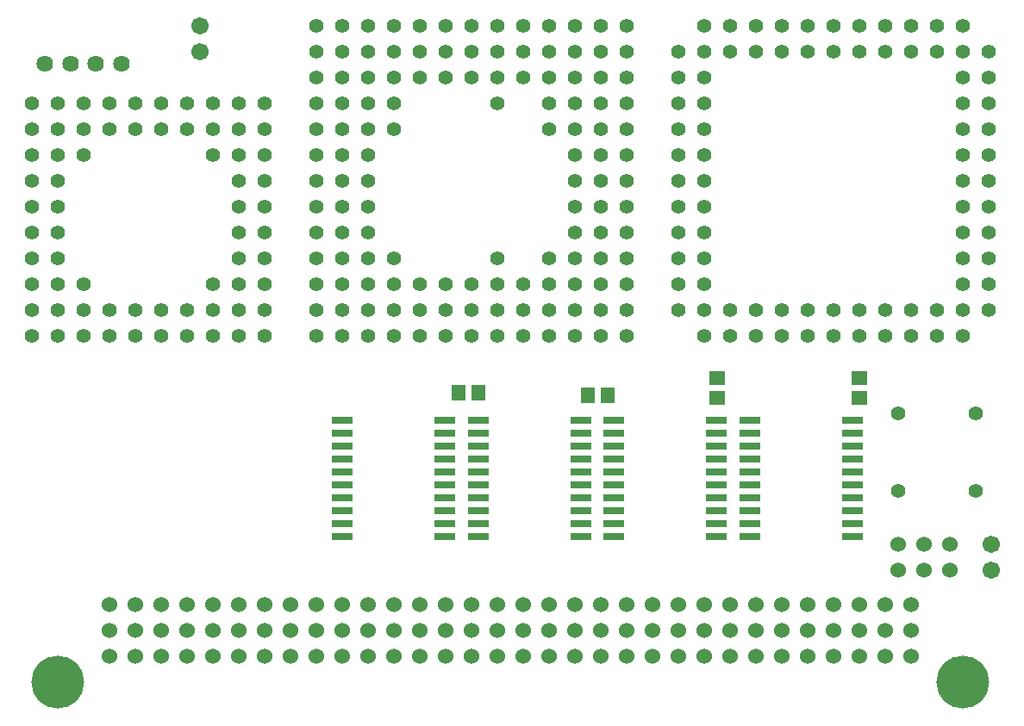
<source format=gbr>
G04 EAGLE Gerber RS-274X export*
G75*
%MOMM*%
%FSLAX34Y34*%
%LPD*%
%INSoldermask Top*%
%IPPOS*%
%AMOC8*
5,1,8,0,0,1.08239X$1,22.5*%
G01*
%ADD10R,2.133600X0.762000*%
%ADD11C,1.422400*%
%ADD12C,1.625600*%
%ADD13C,1.701800*%
%ADD14C,1.524000*%
%ADD15C,5.181600*%
%ADD16C,2.895600*%
%ADD17R,1.601600X1.401600*%
%ADD18R,1.401600X1.601600*%


D10*
X330708Y285750D03*
X330708Y273050D03*
X330708Y260350D03*
X330708Y247650D03*
X330708Y234950D03*
X330708Y222250D03*
X330708Y209550D03*
X330708Y196850D03*
X431292Y196850D03*
X431292Y209550D03*
X431292Y222250D03*
X431292Y234950D03*
X431292Y247650D03*
X431292Y260350D03*
X431292Y273050D03*
X431292Y285750D03*
X330708Y184150D03*
X330708Y171450D03*
X431292Y184150D03*
X431292Y171450D03*
X597408Y285750D03*
X597408Y273050D03*
X597408Y260350D03*
X597408Y247650D03*
X597408Y234950D03*
X597408Y222250D03*
X597408Y209550D03*
X597408Y196850D03*
X697992Y196850D03*
X697992Y209550D03*
X697992Y222250D03*
X697992Y234950D03*
X697992Y247650D03*
X697992Y260350D03*
X697992Y273050D03*
X697992Y285750D03*
X597408Y184150D03*
X597408Y171450D03*
X697992Y184150D03*
X697992Y171450D03*
X464058Y285750D03*
X464058Y273050D03*
X464058Y260350D03*
X464058Y247650D03*
X464058Y234950D03*
X464058Y222250D03*
X464058Y209550D03*
X464058Y196850D03*
X564642Y196850D03*
X564642Y209550D03*
X564642Y222250D03*
X564642Y234950D03*
X564642Y247650D03*
X564642Y260350D03*
X564642Y273050D03*
X564642Y285750D03*
X464058Y184150D03*
X464058Y171450D03*
X564642Y184150D03*
X564642Y171450D03*
D11*
X609600Y673100D03*
X609600Y647700D03*
X609600Y622300D03*
X609600Y596900D03*
X609600Y571500D03*
X609600Y546100D03*
X609600Y520700D03*
X609600Y495300D03*
X609600Y469900D03*
X609600Y444500D03*
X609600Y419100D03*
X609600Y393700D03*
X609600Y368300D03*
X584200Y368300D03*
X330200Y673100D03*
X355600Y673100D03*
X381000Y673100D03*
X406400Y673100D03*
X431800Y673100D03*
X457200Y673100D03*
X482600Y673100D03*
X508000Y673100D03*
X533400Y673100D03*
X584200Y673100D03*
X584200Y647700D03*
X584200Y622300D03*
X584200Y596900D03*
X584200Y571500D03*
X584200Y546100D03*
X584200Y520700D03*
X584200Y495300D03*
X584200Y469900D03*
X584200Y444500D03*
X584200Y419100D03*
X584200Y393700D03*
X533400Y368300D03*
X508000Y368300D03*
X482600Y368300D03*
X457200Y368300D03*
X431800Y368300D03*
X406400Y368300D03*
X381000Y368300D03*
X355600Y368300D03*
X330200Y368300D03*
X330200Y647700D03*
X355600Y647700D03*
X381000Y647700D03*
X406400Y647700D03*
X431800Y647700D03*
X457200Y647700D03*
X482600Y647700D03*
X508000Y647700D03*
X533400Y647700D03*
X304800Y647700D03*
X304800Y368300D03*
X304800Y393700D03*
X304800Y419100D03*
X304800Y444500D03*
X304800Y469900D03*
X304800Y495300D03*
X304800Y520700D03*
X304800Y546100D03*
X304800Y571500D03*
X304800Y596900D03*
X304800Y622300D03*
X558800Y368300D03*
X558800Y673100D03*
X558800Y393700D03*
X558800Y419100D03*
X558800Y444500D03*
X558800Y469900D03*
X558800Y495300D03*
X558800Y520700D03*
X558800Y546100D03*
X558800Y571500D03*
X558800Y596900D03*
X558800Y622300D03*
X558800Y647700D03*
X304800Y673100D03*
X330200Y622300D03*
X355600Y622300D03*
X381000Y622300D03*
X406400Y622300D03*
X431800Y622300D03*
X457200Y622300D03*
X482600Y622300D03*
X508000Y622300D03*
X533400Y622300D03*
X330200Y393700D03*
X355600Y393700D03*
X381000Y393700D03*
X406400Y393700D03*
X431800Y393700D03*
X457200Y393700D03*
X482600Y393700D03*
X508000Y393700D03*
X533400Y393700D03*
X330200Y596900D03*
X330200Y571500D03*
X330200Y546100D03*
X330200Y520700D03*
X330200Y495300D03*
X330200Y469900D03*
X330200Y444500D03*
X330200Y419100D03*
X355600Y419100D03*
X355600Y444500D03*
X355600Y469900D03*
X355600Y495300D03*
X355600Y520700D03*
X355600Y546100D03*
X355600Y571500D03*
X355600Y596900D03*
X457200Y419100D03*
X381000Y419100D03*
X406400Y419100D03*
X431800Y419100D03*
X482600Y419100D03*
X508000Y419100D03*
X533400Y419100D03*
X533400Y444500D03*
X381000Y444500D03*
X381000Y596900D03*
X533400Y596900D03*
X533400Y571500D03*
X482600Y444500D03*
X381000Y571500D03*
X482600Y596900D03*
X254000Y495300D03*
X228600Y495300D03*
X254000Y520700D03*
X228600Y520700D03*
X254000Y546100D03*
X228600Y546100D03*
X254000Y571500D03*
X228600Y571500D03*
X254000Y596900D03*
X76200Y596900D03*
X228600Y596900D03*
X203200Y596900D03*
X203200Y571500D03*
X76200Y546100D03*
X203200Y546100D03*
X177800Y596900D03*
X177800Y571500D03*
X152400Y596900D03*
X152400Y571500D03*
X127000Y596900D03*
X127000Y571500D03*
X101600Y596900D03*
X101600Y571500D03*
X254000Y368300D03*
X76200Y571500D03*
X50800Y368300D03*
X25400Y596900D03*
X50800Y596900D03*
X25400Y571500D03*
X50800Y571500D03*
X25400Y546100D03*
X50800Y546100D03*
X25400Y520700D03*
X50800Y520700D03*
X25400Y495300D03*
X50800Y495300D03*
X25400Y469900D03*
X50800Y469900D03*
X25400Y444500D03*
X50800Y444500D03*
X25400Y419100D03*
X50800Y419100D03*
X25400Y393700D03*
X25400Y368300D03*
X50800Y393700D03*
X76200Y368300D03*
X76200Y393700D03*
X101600Y368300D03*
X101600Y393700D03*
X127000Y368300D03*
X127000Y393700D03*
X152400Y368300D03*
X152400Y393700D03*
X177800Y368300D03*
X177800Y393700D03*
X76200Y419100D03*
X203200Y419100D03*
X203200Y368300D03*
X203200Y393700D03*
X228600Y368300D03*
X254000Y393700D03*
X228600Y393700D03*
X254000Y419100D03*
X228600Y419100D03*
X254000Y444500D03*
X228600Y444500D03*
X254000Y469900D03*
X228600Y469900D03*
D10*
X730758Y285750D03*
X730758Y273050D03*
X730758Y260350D03*
X730758Y247650D03*
X730758Y234950D03*
X730758Y222250D03*
X730758Y209550D03*
X730758Y196850D03*
X831342Y196850D03*
X831342Y209550D03*
X831342Y222250D03*
X831342Y234950D03*
X831342Y247650D03*
X831342Y260350D03*
X831342Y273050D03*
X831342Y285750D03*
X730758Y184150D03*
X730758Y171450D03*
X831342Y184150D03*
X831342Y171450D03*
D11*
X812800Y673100D03*
X812800Y647700D03*
X787400Y673100D03*
X787400Y647700D03*
X762000Y673100D03*
X762000Y647700D03*
X736600Y673100D03*
X736600Y647700D03*
X711200Y673100D03*
X711200Y647700D03*
X685800Y673100D03*
X660400Y647700D03*
X685800Y647700D03*
X660400Y622300D03*
X685800Y622300D03*
X660400Y596900D03*
X685800Y596900D03*
X660400Y571500D03*
X685800Y571500D03*
X660400Y546100D03*
X685800Y546100D03*
X660400Y520700D03*
X685800Y520700D03*
X660400Y495300D03*
X685800Y495300D03*
X660400Y469900D03*
X685800Y469900D03*
X660400Y444500D03*
X685800Y444500D03*
X660400Y419100D03*
X660400Y393700D03*
X685800Y419100D03*
X685800Y368300D03*
X685800Y393700D03*
X711200Y393700D03*
X711200Y368300D03*
X736600Y393700D03*
X736600Y368300D03*
X762000Y393700D03*
X762000Y368300D03*
X787400Y368300D03*
X787400Y393700D03*
X812800Y368300D03*
X812800Y393700D03*
X838200Y368300D03*
X838200Y393700D03*
X863600Y368300D03*
X863600Y393700D03*
X889000Y393700D03*
X889000Y368300D03*
X914400Y393700D03*
X914400Y368300D03*
X939800Y368300D03*
X939800Y647700D03*
X965200Y647700D03*
X939800Y622300D03*
X965200Y622300D03*
X939800Y596900D03*
X965200Y596900D03*
X939800Y571500D03*
X965200Y571500D03*
X939800Y546100D03*
X965200Y546100D03*
X939800Y520700D03*
X965200Y520700D03*
X939800Y495300D03*
X965200Y495300D03*
X939800Y469900D03*
X965200Y469900D03*
X939800Y444500D03*
X965200Y444500D03*
X939800Y419100D03*
X939800Y393700D03*
X965200Y419100D03*
X965200Y393700D03*
X863600Y647700D03*
X863600Y673100D03*
X889000Y647700D03*
X889000Y673100D03*
X914400Y647700D03*
X914400Y673100D03*
X939800Y673100D03*
X838200Y673100D03*
X838200Y647700D03*
X876300Y292100D03*
X876300Y215900D03*
X952500Y215900D03*
X952500Y292100D03*
D12*
X63700Y636000D03*
X38700Y636000D03*
X88700Y636000D03*
X113700Y636000D03*
D13*
X190500Y673100D03*
X190500Y647700D03*
D14*
X927100Y138430D03*
X927100Y163830D03*
X901700Y138430D03*
X901700Y163830D03*
X876300Y138430D03*
X876300Y163830D03*
D13*
X967740Y138430D03*
X967740Y163830D03*
D15*
X939800Y27940D03*
D14*
X889000Y53340D03*
X863600Y53340D03*
X838200Y53340D03*
X812800Y53340D03*
X787400Y53340D03*
X762000Y53340D03*
X736600Y53340D03*
X711200Y53340D03*
X685800Y53340D03*
X660400Y53340D03*
X635000Y53340D03*
X609600Y53340D03*
X584200Y53340D03*
X558800Y53340D03*
X533400Y53340D03*
X508000Y53340D03*
X482600Y53340D03*
X457200Y53340D03*
X431800Y53340D03*
X406400Y53340D03*
X381000Y53340D03*
X355600Y53340D03*
X330200Y53340D03*
X304800Y53340D03*
X279400Y53340D03*
X254000Y53340D03*
X228600Y53340D03*
X203200Y53340D03*
X177800Y53340D03*
X152400Y53340D03*
X127000Y53340D03*
X101600Y53340D03*
X889000Y104140D03*
X863600Y104140D03*
X838200Y104140D03*
X812800Y104140D03*
X787400Y104140D03*
X762000Y104140D03*
X736600Y104140D03*
X711200Y104140D03*
X685800Y104140D03*
X660400Y104140D03*
X635000Y104140D03*
X609600Y104140D03*
X584200Y104140D03*
X558800Y104140D03*
X533400Y104140D03*
X508000Y104140D03*
X482600Y104140D03*
X457200Y104140D03*
X431800Y104140D03*
X406400Y104140D03*
X381000Y104140D03*
X355600Y104140D03*
X330200Y104140D03*
X304800Y104140D03*
X279400Y104140D03*
X254000Y104140D03*
X228600Y104140D03*
X203200Y104140D03*
X177800Y104140D03*
X152400Y104140D03*
X127000Y104140D03*
X101600Y104140D03*
D15*
X50800Y27940D03*
D14*
X889000Y78740D03*
X863600Y78740D03*
X838200Y78740D03*
X812800Y78740D03*
X787400Y78740D03*
X762000Y78740D03*
X736600Y78740D03*
X711200Y78740D03*
X685800Y78740D03*
X660400Y78740D03*
X635000Y78740D03*
X609600Y78740D03*
X584200Y78740D03*
X558800Y78740D03*
X533400Y78740D03*
X508000Y78740D03*
X482600Y78740D03*
X457200Y78740D03*
X431800Y78740D03*
X406400Y78740D03*
X381000Y78740D03*
X355600Y78740D03*
X330200Y78740D03*
X304800Y78740D03*
X279400Y78740D03*
X254000Y78740D03*
X228600Y78740D03*
X203200Y78740D03*
X177800Y78740D03*
X152400Y78740D03*
X127000Y78740D03*
X101600Y78740D03*
D16*
X939800Y27940D03*
X50800Y27940D03*
D17*
X838200Y308000D03*
X838200Y327000D03*
X698500Y308000D03*
X698500Y327000D03*
D18*
X572160Y309880D03*
X591160Y309880D03*
X445160Y312420D03*
X464160Y312420D03*
M02*

</source>
